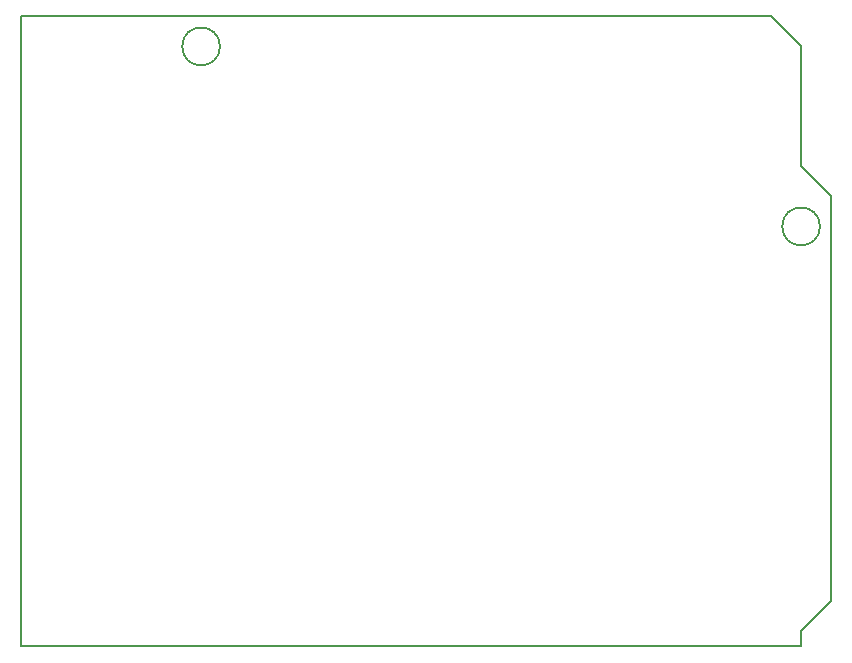
<source format=gbp>
G04*
G04 #@! TF.GenerationSoftware,Altium Limited,Altium Designer,19.0.15 (446)*
G04*
G04 Layer_Color=128*
%FSLAX44Y44*%
%MOMM*%
G71*
G01*
G75*
%ADD10C,0.1270*%
D10*
X676400Y355600D02*
G03*
X676400Y355600I-15999J0D01*
G01*
X168400Y508000D02*
G03*
X168400Y508000I-15999J0D01*
G01*
X660400Y0D02*
Y12700D01*
X685800Y38100D01*
Y381000D01*
X660400Y406400D02*
X685800Y381000D01*
X660400Y406400D02*
Y508000D01*
X635000Y533400D02*
X660400Y508000D01*
X0Y0D02*
Y533400D01*
Y0D02*
X660400D01*
X0Y533400D02*
X635000Y533400D01*
M02*

</source>
